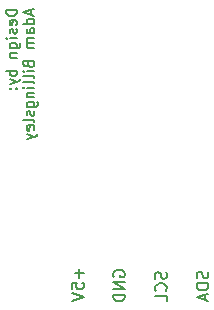
<source format=gbr>
%TF.GenerationSoftware,KiCad,Pcbnew,7.0.6*%
%TF.CreationDate,2023-10-04T19:29:37-04:00*%
%TF.ProjectId,Encoder_Pulse_Generic_ATTINY85,456e636f-6465-4725-9f50-756c73655f47,rev?*%
%TF.SameCoordinates,Original*%
%TF.FileFunction,Legend,Bot*%
%TF.FilePolarity,Positive*%
%FSLAX46Y46*%
G04 Gerber Fmt 4.6, Leading zero omitted, Abs format (unit mm)*
G04 Created by KiCad (PCBNEW 7.0.6) date 2023-10-04 19:29:37*
%MOMM*%
%LPD*%
G01*
G04 APERTURE LIST*
%ADD10C,0.150000*%
%ADD11C,0.200000*%
G04 APERTURE END LIST*
D10*
X133909451Y-105966096D02*
X133909451Y-106728001D01*
X134290404Y-106347048D02*
X133528499Y-106347048D01*
X133290404Y-107680381D02*
X133290404Y-107204191D01*
X133290404Y-107204191D02*
X133766594Y-107156572D01*
X133766594Y-107156572D02*
X133718975Y-107204191D01*
X133718975Y-107204191D02*
X133671356Y-107299429D01*
X133671356Y-107299429D02*
X133671356Y-107537524D01*
X133671356Y-107537524D02*
X133718975Y-107632762D01*
X133718975Y-107632762D02*
X133766594Y-107680381D01*
X133766594Y-107680381D02*
X133861832Y-107728000D01*
X133861832Y-107728000D02*
X134099927Y-107728000D01*
X134099927Y-107728000D02*
X134195165Y-107680381D01*
X134195165Y-107680381D02*
X134242785Y-107632762D01*
X134242785Y-107632762D02*
X134290404Y-107537524D01*
X134290404Y-107537524D02*
X134290404Y-107299429D01*
X134290404Y-107299429D02*
X134242785Y-107204191D01*
X134242785Y-107204191D02*
X134195165Y-107156572D01*
X133290404Y-108013715D02*
X134290404Y-108347048D01*
X134290404Y-108347048D02*
X133290404Y-108680381D01*
D11*
X136831827Y-106646842D02*
X136784208Y-106551604D01*
X136784208Y-106551604D02*
X136784208Y-106408747D01*
X136784208Y-106408747D02*
X136831827Y-106265890D01*
X136831827Y-106265890D02*
X136927065Y-106170652D01*
X136927065Y-106170652D02*
X137022303Y-106123033D01*
X137022303Y-106123033D02*
X137212779Y-106075414D01*
X137212779Y-106075414D02*
X137355636Y-106075414D01*
X137355636Y-106075414D02*
X137546112Y-106123033D01*
X137546112Y-106123033D02*
X137641350Y-106170652D01*
X137641350Y-106170652D02*
X137736589Y-106265890D01*
X137736589Y-106265890D02*
X137784208Y-106408747D01*
X137784208Y-106408747D02*
X137784208Y-106503985D01*
X137784208Y-106503985D02*
X137736589Y-106646842D01*
X137736589Y-106646842D02*
X137688969Y-106694461D01*
X137688969Y-106694461D02*
X137355636Y-106694461D01*
X137355636Y-106694461D02*
X137355636Y-106503985D01*
X137784208Y-107123033D02*
X136784208Y-107123033D01*
X136784208Y-107123033D02*
X137784208Y-107694461D01*
X137784208Y-107694461D02*
X136784208Y-107694461D01*
X137784208Y-108170652D02*
X136784208Y-108170652D01*
X136784208Y-108170652D02*
X136784208Y-108408747D01*
X136784208Y-108408747D02*
X136831827Y-108551604D01*
X136831827Y-108551604D02*
X136927065Y-108646842D01*
X136927065Y-108646842D02*
X137022303Y-108694461D01*
X137022303Y-108694461D02*
X137212779Y-108742080D01*
X137212779Y-108742080D02*
X137355636Y-108742080D01*
X137355636Y-108742080D02*
X137546112Y-108694461D01*
X137546112Y-108694461D02*
X137641350Y-108646842D01*
X137641350Y-108646842D02*
X137736589Y-108551604D01*
X137736589Y-108551604D02*
X137784208Y-108408747D01*
X137784208Y-108408747D02*
X137784208Y-108170652D01*
X141283270Y-106263317D02*
X141330889Y-106406174D01*
X141330889Y-106406174D02*
X141330889Y-106644269D01*
X141330889Y-106644269D02*
X141283270Y-106739507D01*
X141283270Y-106739507D02*
X141235650Y-106787126D01*
X141235650Y-106787126D02*
X141140412Y-106834745D01*
X141140412Y-106834745D02*
X141045174Y-106834745D01*
X141045174Y-106834745D02*
X140949936Y-106787126D01*
X140949936Y-106787126D02*
X140902317Y-106739507D01*
X140902317Y-106739507D02*
X140854698Y-106644269D01*
X140854698Y-106644269D02*
X140807079Y-106453793D01*
X140807079Y-106453793D02*
X140759460Y-106358555D01*
X140759460Y-106358555D02*
X140711841Y-106310936D01*
X140711841Y-106310936D02*
X140616603Y-106263317D01*
X140616603Y-106263317D02*
X140521365Y-106263317D01*
X140521365Y-106263317D02*
X140426127Y-106310936D01*
X140426127Y-106310936D02*
X140378508Y-106358555D01*
X140378508Y-106358555D02*
X140330889Y-106453793D01*
X140330889Y-106453793D02*
X140330889Y-106691888D01*
X140330889Y-106691888D02*
X140378508Y-106834745D01*
X141235650Y-107834745D02*
X141283270Y-107787126D01*
X141283270Y-107787126D02*
X141330889Y-107644269D01*
X141330889Y-107644269D02*
X141330889Y-107549031D01*
X141330889Y-107549031D02*
X141283270Y-107406174D01*
X141283270Y-107406174D02*
X141188031Y-107310936D01*
X141188031Y-107310936D02*
X141092793Y-107263317D01*
X141092793Y-107263317D02*
X140902317Y-107215698D01*
X140902317Y-107215698D02*
X140759460Y-107215698D01*
X140759460Y-107215698D02*
X140568984Y-107263317D01*
X140568984Y-107263317D02*
X140473746Y-107310936D01*
X140473746Y-107310936D02*
X140378508Y-107406174D01*
X140378508Y-107406174D02*
X140330889Y-107549031D01*
X140330889Y-107549031D02*
X140330889Y-107644269D01*
X140330889Y-107644269D02*
X140378508Y-107787126D01*
X140378508Y-107787126D02*
X140426127Y-107834745D01*
X141330889Y-108739507D02*
X141330889Y-108263317D01*
X141330889Y-108263317D02*
X140330889Y-108263317D01*
X144806463Y-106216341D02*
X144854082Y-106359198D01*
X144854082Y-106359198D02*
X144854082Y-106597293D01*
X144854082Y-106597293D02*
X144806463Y-106692531D01*
X144806463Y-106692531D02*
X144758843Y-106740150D01*
X144758843Y-106740150D02*
X144663605Y-106787769D01*
X144663605Y-106787769D02*
X144568367Y-106787769D01*
X144568367Y-106787769D02*
X144473129Y-106740150D01*
X144473129Y-106740150D02*
X144425510Y-106692531D01*
X144425510Y-106692531D02*
X144377891Y-106597293D01*
X144377891Y-106597293D02*
X144330272Y-106406817D01*
X144330272Y-106406817D02*
X144282653Y-106311579D01*
X144282653Y-106311579D02*
X144235034Y-106263960D01*
X144235034Y-106263960D02*
X144139796Y-106216341D01*
X144139796Y-106216341D02*
X144044558Y-106216341D01*
X144044558Y-106216341D02*
X143949320Y-106263960D01*
X143949320Y-106263960D02*
X143901701Y-106311579D01*
X143901701Y-106311579D02*
X143854082Y-106406817D01*
X143854082Y-106406817D02*
X143854082Y-106644912D01*
X143854082Y-106644912D02*
X143901701Y-106787769D01*
X144854082Y-107216341D02*
X143854082Y-107216341D01*
X143854082Y-107216341D02*
X143854082Y-107454436D01*
X143854082Y-107454436D02*
X143901701Y-107597293D01*
X143901701Y-107597293D02*
X143996939Y-107692531D01*
X143996939Y-107692531D02*
X144092177Y-107740150D01*
X144092177Y-107740150D02*
X144282653Y-107787769D01*
X144282653Y-107787769D02*
X144425510Y-107787769D01*
X144425510Y-107787769D02*
X144615986Y-107740150D01*
X144615986Y-107740150D02*
X144711224Y-107692531D01*
X144711224Y-107692531D02*
X144806463Y-107597293D01*
X144806463Y-107597293D02*
X144854082Y-107454436D01*
X144854082Y-107454436D02*
X144854082Y-107216341D01*
X144568367Y-108168722D02*
X144568367Y-108644912D01*
X144854082Y-108073484D02*
X143854082Y-108406817D01*
X143854082Y-108406817D02*
X144854082Y-108740150D01*
X128649767Y-84073371D02*
X127749767Y-84073371D01*
X127749767Y-84073371D02*
X127749767Y-84287657D01*
X127749767Y-84287657D02*
X127792624Y-84416228D01*
X127792624Y-84416228D02*
X127878338Y-84501943D01*
X127878338Y-84501943D02*
X127964052Y-84544800D01*
X127964052Y-84544800D02*
X128135481Y-84587657D01*
X128135481Y-84587657D02*
X128264052Y-84587657D01*
X128264052Y-84587657D02*
X128435481Y-84544800D01*
X128435481Y-84544800D02*
X128521195Y-84501943D01*
X128521195Y-84501943D02*
X128606910Y-84416228D01*
X128606910Y-84416228D02*
X128649767Y-84287657D01*
X128649767Y-84287657D02*
X128649767Y-84073371D01*
X128606910Y-85316228D02*
X128649767Y-85230514D01*
X128649767Y-85230514D02*
X128649767Y-85059086D01*
X128649767Y-85059086D02*
X128606910Y-84973371D01*
X128606910Y-84973371D02*
X128521195Y-84930514D01*
X128521195Y-84930514D02*
X128178338Y-84930514D01*
X128178338Y-84930514D02*
X128092624Y-84973371D01*
X128092624Y-84973371D02*
X128049767Y-85059086D01*
X128049767Y-85059086D02*
X128049767Y-85230514D01*
X128049767Y-85230514D02*
X128092624Y-85316228D01*
X128092624Y-85316228D02*
X128178338Y-85359086D01*
X128178338Y-85359086D02*
X128264052Y-85359086D01*
X128264052Y-85359086D02*
X128349767Y-84930514D01*
X128606910Y-85701943D02*
X128649767Y-85787657D01*
X128649767Y-85787657D02*
X128649767Y-85959086D01*
X128649767Y-85959086D02*
X128606910Y-86044800D01*
X128606910Y-86044800D02*
X128521195Y-86087657D01*
X128521195Y-86087657D02*
X128478338Y-86087657D01*
X128478338Y-86087657D02*
X128392624Y-86044800D01*
X128392624Y-86044800D02*
X128349767Y-85959086D01*
X128349767Y-85959086D02*
X128349767Y-85830515D01*
X128349767Y-85830515D02*
X128306910Y-85744800D01*
X128306910Y-85744800D02*
X128221195Y-85701943D01*
X128221195Y-85701943D02*
X128178338Y-85701943D01*
X128178338Y-85701943D02*
X128092624Y-85744800D01*
X128092624Y-85744800D02*
X128049767Y-85830515D01*
X128049767Y-85830515D02*
X128049767Y-85959086D01*
X128049767Y-85959086D02*
X128092624Y-86044800D01*
X128649767Y-86473371D02*
X128049767Y-86473371D01*
X127749767Y-86473371D02*
X127792624Y-86430514D01*
X127792624Y-86430514D02*
X127835481Y-86473371D01*
X127835481Y-86473371D02*
X127792624Y-86516228D01*
X127792624Y-86516228D02*
X127749767Y-86473371D01*
X127749767Y-86473371D02*
X127835481Y-86473371D01*
X128049767Y-87287657D02*
X128778338Y-87287657D01*
X128778338Y-87287657D02*
X128864052Y-87244799D01*
X128864052Y-87244799D02*
X128906910Y-87201942D01*
X128906910Y-87201942D02*
X128949767Y-87116228D01*
X128949767Y-87116228D02*
X128949767Y-86987657D01*
X128949767Y-86987657D02*
X128906910Y-86901942D01*
X128606910Y-87287657D02*
X128649767Y-87201942D01*
X128649767Y-87201942D02*
X128649767Y-87030514D01*
X128649767Y-87030514D02*
X128606910Y-86944799D01*
X128606910Y-86944799D02*
X128564052Y-86901942D01*
X128564052Y-86901942D02*
X128478338Y-86859085D01*
X128478338Y-86859085D02*
X128221195Y-86859085D01*
X128221195Y-86859085D02*
X128135481Y-86901942D01*
X128135481Y-86901942D02*
X128092624Y-86944799D01*
X128092624Y-86944799D02*
X128049767Y-87030514D01*
X128049767Y-87030514D02*
X128049767Y-87201942D01*
X128049767Y-87201942D02*
X128092624Y-87287657D01*
X128049767Y-87716228D02*
X128649767Y-87716228D01*
X128135481Y-87716228D02*
X128092624Y-87759085D01*
X128092624Y-87759085D02*
X128049767Y-87844800D01*
X128049767Y-87844800D02*
X128049767Y-87973371D01*
X128049767Y-87973371D02*
X128092624Y-88059085D01*
X128092624Y-88059085D02*
X128178338Y-88101943D01*
X128178338Y-88101943D02*
X128649767Y-88101943D01*
X128649767Y-89216228D02*
X127749767Y-89216228D01*
X128092624Y-89216228D02*
X128049767Y-89301943D01*
X128049767Y-89301943D02*
X128049767Y-89473371D01*
X128049767Y-89473371D02*
X128092624Y-89559085D01*
X128092624Y-89559085D02*
X128135481Y-89601943D01*
X128135481Y-89601943D02*
X128221195Y-89644800D01*
X128221195Y-89644800D02*
X128478338Y-89644800D01*
X128478338Y-89644800D02*
X128564052Y-89601943D01*
X128564052Y-89601943D02*
X128606910Y-89559085D01*
X128606910Y-89559085D02*
X128649767Y-89473371D01*
X128649767Y-89473371D02*
X128649767Y-89301943D01*
X128649767Y-89301943D02*
X128606910Y-89216228D01*
X128049767Y-89944800D02*
X128649767Y-90159086D01*
X128049767Y-90373371D02*
X128649767Y-90159086D01*
X128649767Y-90159086D02*
X128864052Y-90073371D01*
X128864052Y-90073371D02*
X128906910Y-90030514D01*
X128906910Y-90030514D02*
X128949767Y-89944800D01*
X128564052Y-90716228D02*
X128606910Y-90759085D01*
X128606910Y-90759085D02*
X128649767Y-90716228D01*
X128649767Y-90716228D02*
X128606910Y-90673371D01*
X128606910Y-90673371D02*
X128564052Y-90716228D01*
X128564052Y-90716228D02*
X128649767Y-90716228D01*
X128092624Y-90716228D02*
X128135481Y-90759085D01*
X128135481Y-90759085D02*
X128178338Y-90716228D01*
X128178338Y-90716228D02*
X128135481Y-90673371D01*
X128135481Y-90673371D02*
X128092624Y-90716228D01*
X128092624Y-90716228D02*
X128178338Y-90716228D01*
X129841624Y-84030514D02*
X129841624Y-84459086D01*
X130098767Y-83944800D02*
X129198767Y-84244800D01*
X129198767Y-84244800D02*
X130098767Y-84544800D01*
X130098767Y-85230515D02*
X129198767Y-85230515D01*
X130055910Y-85230515D02*
X130098767Y-85144800D01*
X130098767Y-85144800D02*
X130098767Y-84973372D01*
X130098767Y-84973372D02*
X130055910Y-84887657D01*
X130055910Y-84887657D02*
X130013052Y-84844800D01*
X130013052Y-84844800D02*
X129927338Y-84801943D01*
X129927338Y-84801943D02*
X129670195Y-84801943D01*
X129670195Y-84801943D02*
X129584481Y-84844800D01*
X129584481Y-84844800D02*
X129541624Y-84887657D01*
X129541624Y-84887657D02*
X129498767Y-84973372D01*
X129498767Y-84973372D02*
X129498767Y-85144800D01*
X129498767Y-85144800D02*
X129541624Y-85230515D01*
X130098767Y-86044801D02*
X129627338Y-86044801D01*
X129627338Y-86044801D02*
X129541624Y-86001943D01*
X129541624Y-86001943D02*
X129498767Y-85916229D01*
X129498767Y-85916229D02*
X129498767Y-85744801D01*
X129498767Y-85744801D02*
X129541624Y-85659086D01*
X130055910Y-86044801D02*
X130098767Y-85959086D01*
X130098767Y-85959086D02*
X130098767Y-85744801D01*
X130098767Y-85744801D02*
X130055910Y-85659086D01*
X130055910Y-85659086D02*
X129970195Y-85616229D01*
X129970195Y-85616229D02*
X129884481Y-85616229D01*
X129884481Y-85616229D02*
X129798767Y-85659086D01*
X129798767Y-85659086D02*
X129755910Y-85744801D01*
X129755910Y-85744801D02*
X129755910Y-85959086D01*
X129755910Y-85959086D02*
X129713052Y-86044801D01*
X130098767Y-86473372D02*
X129498767Y-86473372D01*
X129584481Y-86473372D02*
X129541624Y-86516229D01*
X129541624Y-86516229D02*
X129498767Y-86601944D01*
X129498767Y-86601944D02*
X129498767Y-86730515D01*
X129498767Y-86730515D02*
X129541624Y-86816229D01*
X129541624Y-86816229D02*
X129627338Y-86859087D01*
X129627338Y-86859087D02*
X130098767Y-86859087D01*
X129627338Y-86859087D02*
X129541624Y-86901944D01*
X129541624Y-86901944D02*
X129498767Y-86987658D01*
X129498767Y-86987658D02*
X129498767Y-87116229D01*
X129498767Y-87116229D02*
X129541624Y-87201944D01*
X129541624Y-87201944D02*
X129627338Y-87244801D01*
X129627338Y-87244801D02*
X130098767Y-87244801D01*
X129627338Y-88659086D02*
X129670195Y-88787658D01*
X129670195Y-88787658D02*
X129713052Y-88830515D01*
X129713052Y-88830515D02*
X129798767Y-88873372D01*
X129798767Y-88873372D02*
X129927338Y-88873372D01*
X129927338Y-88873372D02*
X130013052Y-88830515D01*
X130013052Y-88830515D02*
X130055910Y-88787658D01*
X130055910Y-88787658D02*
X130098767Y-88701943D01*
X130098767Y-88701943D02*
X130098767Y-88359086D01*
X130098767Y-88359086D02*
X129198767Y-88359086D01*
X129198767Y-88359086D02*
X129198767Y-88659086D01*
X129198767Y-88659086D02*
X129241624Y-88744801D01*
X129241624Y-88744801D02*
X129284481Y-88787658D01*
X129284481Y-88787658D02*
X129370195Y-88830515D01*
X129370195Y-88830515D02*
X129455910Y-88830515D01*
X129455910Y-88830515D02*
X129541624Y-88787658D01*
X129541624Y-88787658D02*
X129584481Y-88744801D01*
X129584481Y-88744801D02*
X129627338Y-88659086D01*
X129627338Y-88659086D02*
X129627338Y-88359086D01*
X130098767Y-89259086D02*
X129498767Y-89259086D01*
X129198767Y-89259086D02*
X129241624Y-89216229D01*
X129241624Y-89216229D02*
X129284481Y-89259086D01*
X129284481Y-89259086D02*
X129241624Y-89301943D01*
X129241624Y-89301943D02*
X129198767Y-89259086D01*
X129198767Y-89259086D02*
X129284481Y-89259086D01*
X130098767Y-89816229D02*
X130055910Y-89730514D01*
X130055910Y-89730514D02*
X129970195Y-89687657D01*
X129970195Y-89687657D02*
X129198767Y-89687657D01*
X130098767Y-90287658D02*
X130055910Y-90201943D01*
X130055910Y-90201943D02*
X129970195Y-90159086D01*
X129970195Y-90159086D02*
X129198767Y-90159086D01*
X130098767Y-90630515D02*
X129498767Y-90630515D01*
X129198767Y-90630515D02*
X129241624Y-90587658D01*
X129241624Y-90587658D02*
X129284481Y-90630515D01*
X129284481Y-90630515D02*
X129241624Y-90673372D01*
X129241624Y-90673372D02*
X129198767Y-90630515D01*
X129198767Y-90630515D02*
X129284481Y-90630515D01*
X129498767Y-91059086D02*
X130098767Y-91059086D01*
X129584481Y-91059086D02*
X129541624Y-91101943D01*
X129541624Y-91101943D02*
X129498767Y-91187658D01*
X129498767Y-91187658D02*
X129498767Y-91316229D01*
X129498767Y-91316229D02*
X129541624Y-91401943D01*
X129541624Y-91401943D02*
X129627338Y-91444801D01*
X129627338Y-91444801D02*
X130098767Y-91444801D01*
X129498767Y-92259087D02*
X130227338Y-92259087D01*
X130227338Y-92259087D02*
X130313052Y-92216229D01*
X130313052Y-92216229D02*
X130355910Y-92173372D01*
X130355910Y-92173372D02*
X130398767Y-92087658D01*
X130398767Y-92087658D02*
X130398767Y-91959087D01*
X130398767Y-91959087D02*
X130355910Y-91873372D01*
X130055910Y-92259087D02*
X130098767Y-92173372D01*
X130098767Y-92173372D02*
X130098767Y-92001944D01*
X130098767Y-92001944D02*
X130055910Y-91916229D01*
X130055910Y-91916229D02*
X130013052Y-91873372D01*
X130013052Y-91873372D02*
X129927338Y-91830515D01*
X129927338Y-91830515D02*
X129670195Y-91830515D01*
X129670195Y-91830515D02*
X129584481Y-91873372D01*
X129584481Y-91873372D02*
X129541624Y-91916229D01*
X129541624Y-91916229D02*
X129498767Y-92001944D01*
X129498767Y-92001944D02*
X129498767Y-92173372D01*
X129498767Y-92173372D02*
X129541624Y-92259087D01*
X130055910Y-92644801D02*
X130098767Y-92730515D01*
X130098767Y-92730515D02*
X130098767Y-92901944D01*
X130098767Y-92901944D02*
X130055910Y-92987658D01*
X130055910Y-92987658D02*
X129970195Y-93030515D01*
X129970195Y-93030515D02*
X129927338Y-93030515D01*
X129927338Y-93030515D02*
X129841624Y-92987658D01*
X129841624Y-92987658D02*
X129798767Y-92901944D01*
X129798767Y-92901944D02*
X129798767Y-92773373D01*
X129798767Y-92773373D02*
X129755910Y-92687658D01*
X129755910Y-92687658D02*
X129670195Y-92644801D01*
X129670195Y-92644801D02*
X129627338Y-92644801D01*
X129627338Y-92644801D02*
X129541624Y-92687658D01*
X129541624Y-92687658D02*
X129498767Y-92773373D01*
X129498767Y-92773373D02*
X129498767Y-92901944D01*
X129498767Y-92901944D02*
X129541624Y-92987658D01*
X130098767Y-93544801D02*
X130055910Y-93459086D01*
X130055910Y-93459086D02*
X129970195Y-93416229D01*
X129970195Y-93416229D02*
X129198767Y-93416229D01*
X130055910Y-94230515D02*
X130098767Y-94144801D01*
X130098767Y-94144801D02*
X130098767Y-93973373D01*
X130098767Y-93973373D02*
X130055910Y-93887658D01*
X130055910Y-93887658D02*
X129970195Y-93844801D01*
X129970195Y-93844801D02*
X129627338Y-93844801D01*
X129627338Y-93844801D02*
X129541624Y-93887658D01*
X129541624Y-93887658D02*
X129498767Y-93973373D01*
X129498767Y-93973373D02*
X129498767Y-94144801D01*
X129498767Y-94144801D02*
X129541624Y-94230515D01*
X129541624Y-94230515D02*
X129627338Y-94273373D01*
X129627338Y-94273373D02*
X129713052Y-94273373D01*
X129713052Y-94273373D02*
X129798767Y-93844801D01*
X129498767Y-94573373D02*
X130098767Y-94787659D01*
X129498767Y-95001944D02*
X130098767Y-94787659D01*
X130098767Y-94787659D02*
X130313052Y-94701944D01*
X130313052Y-94701944D02*
X130355910Y-94659087D01*
X130355910Y-94659087D02*
X130398767Y-94573373D01*
M02*

</source>
